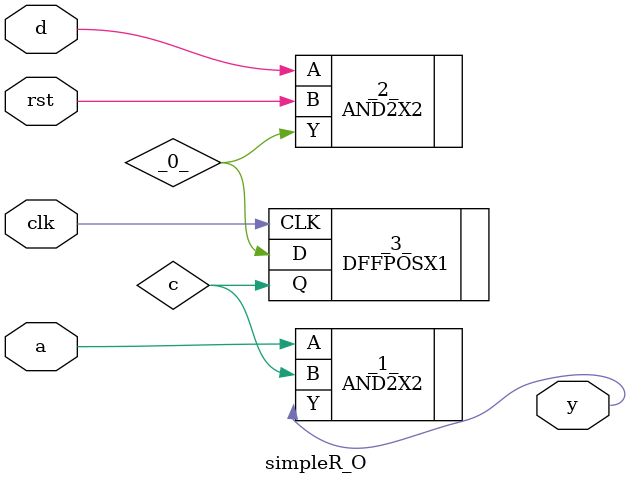
<source format=v>
module simpleR_O(a, d, clk, rst, y);  wire _0_;  input a;  wire c;  input clk;  input d;  input rst;  output y;  AND2X2 _1_ (    .A(a),    .B(c),    .Y(y)  );  AND2X2 _2_ (    .A(d),    .B(rst),    .Y(_0_)  );  DFFPOSX1 _3_ (    .CLK(clk),    .D(_0_),    .Q(c)  );endmodule

</source>
